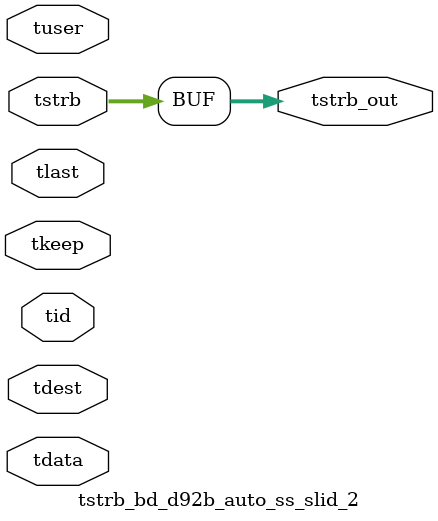
<source format=v>


`timescale 1ps/1ps

module tstrb_bd_d92b_auto_ss_slid_2 #
(
parameter C_S_AXIS_TDATA_WIDTH = 32,
parameter C_S_AXIS_TUSER_WIDTH = 0,
parameter C_S_AXIS_TID_WIDTH   = 0,
parameter C_S_AXIS_TDEST_WIDTH = 0,
parameter C_M_AXIS_TDATA_WIDTH = 32
)
(
input  [(C_S_AXIS_TDATA_WIDTH == 0 ? 1 : C_S_AXIS_TDATA_WIDTH)-1:0     ] tdata,
input  [(C_S_AXIS_TUSER_WIDTH == 0 ? 1 : C_S_AXIS_TUSER_WIDTH)-1:0     ] tuser,
input  [(C_S_AXIS_TID_WIDTH   == 0 ? 1 : C_S_AXIS_TID_WIDTH)-1:0       ] tid,
input  [(C_S_AXIS_TDEST_WIDTH == 0 ? 1 : C_S_AXIS_TDEST_WIDTH)-1:0     ] tdest,
input  [(C_S_AXIS_TDATA_WIDTH/8)-1:0 ] tkeep,
input  [(C_S_AXIS_TDATA_WIDTH/8)-1:0 ] tstrb,
input                                                                    tlast,
output [(C_M_AXIS_TDATA_WIDTH/8)-1:0 ] tstrb_out
);

assign tstrb_out = {tstrb[7:0]};

endmodule


</source>
